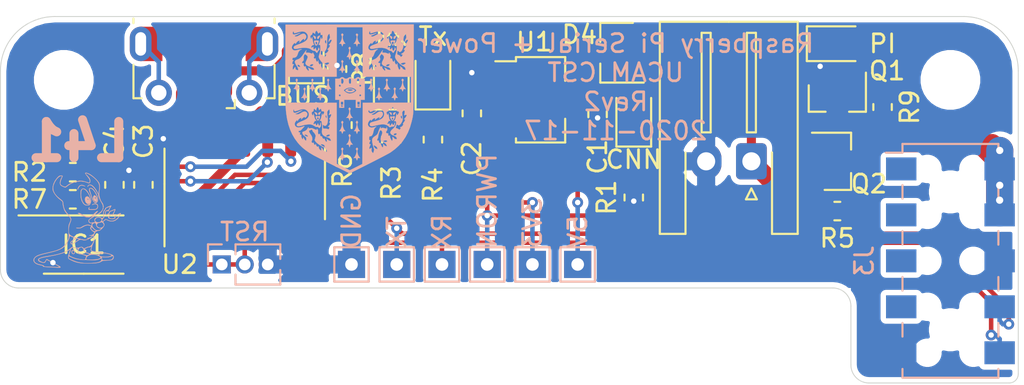
<source format=kicad_pcb>
(kicad_pcb (version 20171130) (host pcbnew 5.1.9-73d0e3b20d~88~ubuntu20.04.1)
  (layers (0 F.Cu signal) (31 B.Cu signal) (34 B.Paste user) (35 F.Paste user) (36 B.SilkS user) (37 F.SilkS user) (38 B.Mask user) (39 F.Mask user) (44 Edge.Cuts user))
  (net 0 "")
  (net 1 GND)
  (net 2 +5V)
  (net 3 +3V3)
  (net 4 "Net-(D2-Pad1)")
  (net 5 "Net-(D3-Pad1)")
  (net 6 "Net-(J2-Pad6)")
  (net 7 "Net-(J2-Pad3)")
  (net 8 "Net-(J2-Pad2)")
  (net 9 "Net-(Q1-Pad3)")
  (net 10 RX)
  (net 11 TX)
  (net 12 "Net-(J3-Pad2)")
  (net 13 PI_PWR)
  (net 14 SCL)
  (net 15 SDA)
  (net 16 "Net-(R3-Pad2)")
  (net 17 "Net-(R4-Pad2)")
  (net 18 VBUS)
  (net 19 COMB_5V)
  (net 20 "Net-(D6-Pad2)")
  (net 21 "Net-(D1-Pad1)")
  (net 22 "Net-(D5-Pad1)")
  (net 23 "Net-(IC1-Pad7)")
  (net 24 "Net-(J2-Pad4)")
  (net 25 "Net-(J3-Pad7)")
  (net 26 "Net-(J3-Pad5)")
  (net 27 "Net-(J3-Pad3)")
  (net 28 "Net-(J3-Pad1)")
  (net 29 "Net-(U2-Pad7)")
  (module pi-hat:ucam (layer B.Cu) (at 119.25 104.5 180)
    (fp_text reference G*** hide)
    (fp_text value LOGO hide)
  )
  (module pi-hat:bestie (layer B.Cu) (at 104.25 111.25 180)
    (fp_text reference G*** hide)
    (fp_text value LOGO hide)
  )
  (module Resistor_SMD:R_0603_1608Metric (layer F.Cu) (at 148.75 105 90)
    (fp_text reference R9 (at 0 1.5 90) (layer F.SilkS))
    (fp_text value 3k3 hide)
    (pad 2 smd roundrect (at 0.7875 0 90) (size 0.875 0.95) (layers F.Cu F.Paste F.Mask) (net 20 "Net-(D6-Pad2)"))
    (pad 1 smd roundrect (at -0.7875 0 90) (size 0.875 0.95) (layers F.Cu F.Paste F.Mask) (net 12 "Net-(J3-Pad2)"))
  )
  (module Resistor_SMD:R_0603_1608Metric (layer F.Cu) (at 118.6 102.9 90)
    (fp_text reference R8 (at 0 1.4 90) (layer F.SilkS))
    (fp_text value 3k3 hide)
    (pad 2 smd roundrect (at 0.7875 0 90) (size 0.875 0.95) (layers F.Cu F.Paste F.Mask) (net 1 GND))
    (pad 1 smd roundrect (at -0.7875 0 90) (size 0.875 0.95) (layers F.Cu F.Paste F.Mask) (net 22 "Net-(D5-Pad1)"))
  )
  (module Resistor_SMD:R_0603_1608Metric (layer F.Cu) (at 135 110 270)
    (fp_text reference R1 (at 0 1.5 90) (layer F.SilkS))
    (fp_text value 3k3 hide)
    (pad 2 smd roundrect (at 0.7875 0 270) (size 0.875 0.95) (layers F.Cu F.Paste F.Mask) (net 1 GND))
    (pad 1 smd roundrect (at -0.7875 0 270) (size 0.875 0.95) (layers F.Cu F.Paste F.Mask) (net 21 "Net-(D1-Pad1)"))
  )
  (module LED_SMD:LED_0805_2012Metric (layer F.Cu) (at 146.25 101.5)
    (fp_text reference D6 hide)
    (fp_text value PI (at 2.5 0) (layer F.SilkS))
    (pad 2 smd roundrect (at 0.9375 0) (size 0.975 1.4) (layers F.Cu F.Paste F.Mask) (net 20 "Net-(D6-Pad2)"))
    (pad 1 smd roundrect (at -0.9375 0) (size 0.975 1.4) (layers F.Cu F.Paste F.Mask) (net 1 GND))
  )
  (module LED_SMD:LED_0805_2012Metric (layer F.Cu) (at 116.9 102 90)
    (fp_text reference D5 hide)
    (fp_text value BUS (at -2.4 -0.2 180) (layer F.SilkS))
    (pad 2 smd roundrect (at 0.9375 0 90) (size 0.975 1.4) (layers F.Cu F.Paste F.Mask) (net 18 VBUS))
    (pad 1 smd roundrect (at -0.9375 0 90) (size 0.975 1.4) (layers F.Cu F.Paste F.Mask) (net 22 "Net-(D5-Pad1)"))
  )
  (module LED_SMD:LED_0805_2012Metric (layer F.Cu) (at 135 105.5 90)
    (fp_text reference D1 hide)
    (fp_text value CNN (at -2.4 0 180) (layer F.SilkS))
    (pad 2 smd roundrect (at 0.9375 0 90) (size 0.975 1.4) (layers F.Cu F.Paste F.Mask) (net 2 +5V))
    (pad 1 smd roundrect (at -0.9375 0 90) (size 0.975 1.4) (layers F.Cu F.Paste F.Mask) (net 21 "Net-(D1-Pad1)"))
  )
  (module Connector_Samtec_HLE_SMD:Samtec_HLE-105-02-xxx-DV-BE-A_2x05_P2.54mm_Horizontal (layer B.Cu) (at 152.5 113.5 270)
    (fp_text reference J3 (at 0 4.76 90) (layer B.SilkS) (effects (justify mirror)))
    (fp_text value Raspberry_Pi_2_3 hide)
    (pad 10 smd rect (at 5.08 -2.72 270) (size 1.27 1.68) (layers B.Cu B.Paste B.Mask) (net 10 RX))
    (pad 8 smd rect (at 2.54 -2.72 270) (size 1.27 1.68) (layers B.Cu B.Paste B.Mask) (net 11 TX))
    (pad 6 smd rect (at 0 -2.72 270) (size 1.27 1.68) (layers B.Cu B.Paste B.Mask) (net 1 GND))
    (pad 4 smd rect (at -2.54 -2.72 270) (size 1.27 1.68) (layers B.Cu B.Paste B.Mask) (net 12 "Net-(J3-Pad2)"))
    (pad 2 smd rect (at -5.08 -2.72 270) (size 1.27 1.68) (layers B.Cu B.Paste B.Mask) (net 12 "Net-(J3-Pad2)"))
    (pad 9 smd rect (at 5.08 2.72 270) (size 1.27 1.68) (layers B.Cu B.Paste B.Mask) (net 1 GND))
    (pad 7 smd rect (at 2.54 2.72 270) (size 1.27 1.68) (layers B.Cu B.Paste B.Mask) (net 25 "Net-(J3-Pad7)"))
    (pad 5 smd rect (at 0 2.72 270) (size 1.27 1.68) (layers B.Cu B.Paste B.Mask) (net 26 "Net-(J3-Pad5)"))
    (pad 3 smd rect (at -2.54 2.72 270) (size 1.27 1.68) (layers B.Cu B.Paste B.Mask) (net 27 "Net-(J3-Pad3)"))
    (pad 1 smd rect (at -5.08 2.72 270) (size 1.27 1.68) (layers B.Cu B.Paste B.Mask) (net 28 "Net-(J3-Pad1)"))
    (pad "" np_thru_hole circle (at 5.08 -1.27 270) (size 0.97 0.97) (drill 0.97) (layers *.Cu *.Mask))
    (pad "" np_thru_hole circle (at 5.08 1.27 270) (size 0.97 0.97) (drill 0.97) (layers *.Cu *.Mask))
    (pad "" np_thru_hole circle (at 2.54 -1.27 270) (size 0.97 0.97) (drill 0.97) (layers *.Cu *.Mask))
    (pad "" np_thru_hole circle (at 2.54 1.27 270) (size 0.97 0.97) (drill 0.97) (layers *.Cu *.Mask))
    (pad "" np_thru_hole circle (at 0 -1.27 270) (size 0.97 0.97) (drill 0.97) (layers *.Cu *.Mask))
    (pad "" np_thru_hole circle (at 0 1.27 270) (size 0.97 0.97) (drill 0.97) (layers *.Cu *.Mask))
    (pad "" np_thru_hole circle (at -2.54 -1.27 270) (size 0.97 0.97) (drill 0.97) (layers *.Cu *.Mask))
    (pad "" np_thru_hole circle (at -2.54 1.27 270) (size 0.97 0.97) (drill 0.97) (layers *.Cu *.Mask))
    (pad "" np_thru_hole circle (at -5.08 -1.27 270) (size 0.97 0.97) (drill 0.97) (layers *.Cu *.Mask))
    (pad "" np_thru_hole circle (at -5.08 1.27 270) (size 0.97 0.97) (drill 0.97) (layers *.Cu *.Mask))
    (pad "" np_thru_hole circle (at 3.81 0 270) (size 1.78 1.78) (drill 1.78) (layers *.Cu *.Mask))
    (pad "" np_thru_hole circle (at -3.81 0 270) (size 1.78 1.78) (drill 1.78) (layers *.Cu *.Mask))
  )
  (module Resistor_SMD:R_0603_1608Metric (layer F.Cu) (at 104 110.1 180)
    (fp_text reference R7 (at 2.4 0) (layer F.SilkS))
    (fp_text value 5k1 hide)
    (pad 2 smd roundrect (at 0.7875 0 180) (size 0.875 0.95) (layers F.Cu F.Paste F.Mask) (net 14 SCL))
    (pad 1 smd roundrect (at -0.7875 0 180) (size 0.875 0.95) (layers F.Cu F.Paste F.Mask) (net 3 +3V3))
  )
  (module Resistor_SMD:R_0603_1608Metric (layer F.Cu) (at 104 108.6 180)
    (fp_text reference R2 (at 2.4 0) (layer F.SilkS))
    (fp_text value 5k1 hide)
    (pad 2 smd roundrect (at 0.7875 0 180) (size 0.875 0.95) (layers F.Cu F.Paste F.Mask) (net 15 SDA))
    (pad 1 smd roundrect (at -0.7875 0 180) (size 0.875 0.95) (layers F.Cu F.Paste F.Mask) (net 3 +3V3))
  )
  (module Package_TO_SOT_SMD:SC-59 (layer F.Cu) (at 134.1 102 180)
    (fp_text reference D4 (at 2.1 1) (layer F.SilkS))
    (fp_text value RB495DFH hide)
    (pad 3 smd rect (at 1.2 0 180) (size 0.9 0.8) (layers F.Cu F.Paste F.Mask) (net 19 COMB_5V))
    (pad 2 smd rect (at -1.2 0.95 180) (size 0.9 0.8) (layers F.Cu F.Paste F.Mask) (net 18 VBUS))
    (pad 1 smd rect (at -1.2 -0.95 180) (size 0.9 0.8) (layers F.Cu F.Paste F.Mask) (net 2 +5V))
  )
  (module Capacitor_SMD:C_0603_1608Metric (layer F.Cu) (at 107.9 109.3 90)
    (fp_text reference C3 (at 2.4 0 90) (layer F.SilkS))
    (fp_text value 100n hide)
    (pad 2 smd roundrect (at 0.7875 0 90) (size 0.875 0.95) (layers F.Cu F.Paste F.Mask) (net 1 GND))
    (pad 1 smd roundrect (at -0.7875 0 90) (size 0.875 0.95) (layers F.Cu F.Paste F.Mask) (net 3 +3V3))
  )
  (module Connector_PinHeader_1.27mm:PinHeader_1x03_P1.27mm_Vertical (layer B.Cu) (at 112.23 113.7 270)
    (fp_text reference JP1 hide)
    (fp_text value RST (at -1.8 -1.27) (layer B.SilkS) (effects (justify mirror)))
    (pad 3 thru_hole oval (at 0 -2.54 270) (size 1 1) (drill 0.65) (layers *.Cu *.Mask) (net 1 GND))
    (pad 2 thru_hole oval (at 0 -1.27 270) (size 1 1) (drill 0.65) (layers *.Cu *.Mask) (net 3 +3V3))
    (pad 1 thru_hole rect (at 0 0 270) (size 1 1) (drill 0.65) (layers *.Cu *.Mask) (net 3 +3V3))
  )
  (module TestPoint:TestPoint_THTPad_1.5x1.5mm_Drill0.7mm (layer B.Cu) (at 119.4 113.7 180)
    (fp_text reference TP6 hide)
    (fp_text value GND (at 0 2.4 270) (layer B.SilkS) (effects (justify mirror)))
    (pad 1 thru_hole rect (at 0 0 180) (size 1.5 1.5) (drill 0.7) (layers *.Cu *.Mask) (net 1 GND))
  )
  (module TestPoint:TestPoint_THTPad_1.5x1.5mm_Drill0.7mm (layer B.Cu) (at 124.4 113.7 180)
    (fp_text reference TP5 hide)
    (fp_text value RX (at 0 1.8 270) (layer B.SilkS) (effects (justify mirror)))
    (pad 1 thru_hole rect (at 0 0 180) (size 1.5 1.5) (drill 0.7) (layers *.Cu *.Mask) (net 10 RX))
  )
  (module TestPoint:TestPoint_THTPad_1.5x1.5mm_Drill0.7mm (layer B.Cu) (at 121.9 113.7 180)
    (fp_text reference TP4 hide)
    (fp_text value TX (at 0 1.8 270) (layer B.SilkS) (effects (justify mirror)))
    (pad 1 thru_hole rect (at 0 0 180) (size 1.5 1.5) (drill 0.7) (layers *.Cu *.Mask) (net 11 TX))
  )
  (module TestPoint:TestPoint_THTPad_1.5x1.5mm_Drill0.7mm (layer B.Cu) (at 126.9 113.7 180)
    (fp_text reference TP3 hide)
    (fp_text value PWRON (at 0 3.5 270) (layer B.SilkS) (effects (justify mirror)))
    (pad 1 thru_hole rect (at 0 0 180) (size 1.5 1.5) (drill 0.7) (layers *.Cu *.Mask) (net 13 PI_PWR))
  )
  (module TestPoint:TestPoint_THTPad_1.5x1.5mm_Drill0.7mm (layer B.Cu) (at 129.4 113.7 180)
    (fp_text reference TP2 hide)
    (fp_text value 3V3 (at 0 2.3 270) (layer B.SilkS) (effects (justify mirror)))
    (pad 1 thru_hole rect (at 0 0 180) (size 1.5 1.5) (drill 0.7) (layers *.Cu *.Mask) (net 3 +3V3))
  )
  (module TestPoint:TestPoint_THTPad_1.5x1.5mm_Drill0.7mm (layer B.Cu) (at 131.9 113.7 180)
    (fp_text reference TP1 hide)
    (fp_text value 5V (at 0 1.8 270) (layer B.SilkS) (effects (justify mirror)))
    (pad 1 thru_hole rect (at 0 0 180) (size 1.5 1.5) (drill 0.7) (layers *.Cu *.Mask) (net 19 COMB_5V))
  )
  (module Fiducial:Fiducial_0.75mm_Mask1.5mm (layer F.Cu) (at 144.4 113.7)
    (fp_text reference FID2 hide)
    (fp_text value Fiducial hide)
    (pad "" smd circle (at 0 0) (size 0.75 0.75) (layers F.Cu F.Mask) (clearance 0.375))
  )
  (module Fiducial:Fiducial_0.75mm_Mask1.5mm (layer F.Cu) (at 101.6 107)
    (fp_text reference FID1 hide)
    (fp_text value Fiducial hide)
    (pad "" smd circle (at 0 0) (size 0.75 0.75) (layers F.Cu F.Mask) (clearance 0.375))
  )
  (module Package_SO:TSSOP-8_4.4x3mm_P0.65mm (layer F.Cu) (at 104.6 112.6)
    (fp_text reference IC1 (at 0 0) (layer F.SilkS))
    (fp_text value MCP98243-BE_ST hide)
    (pad 8 smd roundrect (at 2.8625 -0.975) (size 1.475 0.4) (layers F.Cu F.Paste F.Mask) (net 3 +3V3))
    (pad 7 smd roundrect (at 2.8625 -0.325) (size 1.475 0.4) (layers F.Cu F.Paste F.Mask) (net 23 "Net-(IC1-Pad7)"))
    (pad 6 smd roundrect (at 2.8625 0.325) (size 1.475 0.4) (layers F.Cu F.Paste F.Mask) (net 14 SCL))
    (pad 5 smd roundrect (at 2.8625 0.975) (size 1.475 0.4) (layers F.Cu F.Paste F.Mask) (net 15 SDA))
    (pad 4 smd roundrect (at -2.8625 0.975) (size 1.475 0.4) (layers F.Cu F.Paste F.Mask) (net 1 GND))
    (pad 3 smd roundrect (at -2.8625 0.325) (size 1.475 0.4) (layers F.Cu F.Paste F.Mask) (net 1 GND))
    (pad 2 smd roundrect (at -2.8625 -0.325) (size 1.475 0.4) (layers F.Cu F.Paste F.Mask) (net 1 GND))
    (pad 1 smd roundrect (at -2.8625 -0.975) (size 1.475 0.4) (layers F.Cu F.Paste F.Mask) (net 1 GND))
  )
  (module Capacitor_SMD:C_0603_1608Metric (layer F.Cu) (at 106.3 109.3 90)
    (fp_text reference C4 (at 2.4 0 90) (layer F.SilkS))
    (fp_text value 100n hide)
    (pad 2 smd roundrect (at 0.7875 0 90) (size 0.875 0.95) (layers F.Cu F.Paste F.Mask) (net 1 GND))
    (pad 1 smd roundrect (at -0.7875 0 90) (size 0.875 0.95) (layers F.Cu F.Paste F.Mask) (net 3 +3V3))
  )
  (module Resistor_SMD:R_0603_1608Metric (layer F.Cu) (at 118.9 106 270)
    (fp_text reference R6 (at 2.5 0 90) (layer F.SilkS))
    (fp_text value 10k hide)
    (pad 2 smd roundrect (at 0.7875 0 270) (size 0.875 0.95) (layers F.Cu F.Paste F.Mask) (net 13 PI_PWR))
    (pad 1 smd roundrect (at -0.7875 0 270) (size 0.875 0.95) (layers F.Cu F.Paste F.Mask) (net 3 +3V3))
  )
  (module Package_TO_SOT_SMD:SOT-23 (layer F.Cu) (at 146.25 108)
    (fp_text reference Q2 (at 1.75 1.25 180) (layer F.SilkS))
    (fp_text value RQ5C060BC hide)
    (pad 3 smd rect (at 1 0) (size 0.9 0.8) (layers F.Cu F.Paste F.Mask) (net 12 "Net-(J3-Pad2)"))
    (pad 2 smd rect (at -1 0.95) (size 0.9 0.8) (layers F.Cu F.Paste F.Mask) (net 2 +5V))
    (pad 1 smd rect (at -1 -0.95) (size 0.9 0.8) (layers F.Cu F.Paste F.Mask) (net 9 "Net-(Q1-Pad3)"))
  )
  (module Package_TO_SOT_SMD:SOT-23 (layer F.Cu) (at 146.25 104.5 270)
    (fp_text reference Q1 (at -1.5 -2.75 180) (layer F.SilkS))
    (fp_text value 2N7002 hide)
    (pad 3 smd rect (at 1 0 270) (size 0.9 0.8) (layers F.Cu F.Paste F.Mask) (net 9 "Net-(Q1-Pad3)"))
    (pad 2 smd rect (at -1 0.95 270) (size 0.9 0.8) (layers F.Cu F.Paste F.Mask) (net 1 GND))
    (pad 1 smd rect (at -1 -0.95 270) (size 0.9 0.8) (layers F.Cu F.Paste F.Mask) (net 13 PI_PWR))
  )
  (module MountingHole:MountingHole_2.7mm_M2.5 (layer F.Cu) (at 103.5 103.5)
    (fp_text reference H2 hide)
    (fp_text value MountingHole hide)
    (pad 1 np_thru_hole circle (at 0 0) (size 2.7 2.7) (drill 2.7) (layers *.Cu *.Mask))
  )
  (module MountingHole:MountingHole_2.7mm_M2.5 (layer F.Cu) (at 152.5 103.5)
    (fp_text reference H1 hide)
    (fp_text value MountingHole hide)
    (pad 1 np_thru_hole circle (at 0 0) (size 2.7 2.7) (drill 2.7) (layers *.Cu *.Mask))
  )
  (module Package_SO:SOIC-14_3.9x8.7mm_P1.27mm (layer F.Cu) (at 113.5 109.25 90)
    (fp_text reference U2 (at -4.45 -3.6 180) (layer F.SilkS))
    (fp_text value MCP2221AxSL hide)
    (pad 14 smd roundrect (at 2.475 -3.81 90) (size 1.95 0.6) (layers F.Cu F.Paste F.Mask) (net 1 GND))
    (pad 13 smd roundrect (at 2.475 -2.54 90) (size 1.95 0.6) (layers F.Cu F.Paste F.Mask) (net 7 "Net-(J2-Pad3)"))
    (pad 12 smd roundrect (at 2.475 -1.27 90) (size 1.95 0.6) (layers F.Cu F.Paste F.Mask) (net 8 "Net-(J2-Pad2)"))
    (pad 11 smd roundrect (at 2.475 0 90) (size 1.95 0.6) (layers F.Cu F.Paste F.Mask) (net 3 +3V3))
    (pad 10 smd roundrect (at 2.475 1.27 90) (size 1.95 0.6) (layers F.Cu F.Paste F.Mask) (net 14 SCL))
    (pad 9 smd roundrect (at 2.475 2.54 90) (size 1.95 0.6) (layers F.Cu F.Paste F.Mask) (net 15 SDA))
    (pad 8 smd roundrect (at 2.475 3.81 90) (size 1.95 0.6) (layers F.Cu F.Paste F.Mask) (net 13 PI_PWR))
    (pad 7 smd roundrect (at -2.475 3.81 90) (size 1.95 0.6) (layers F.Cu F.Paste F.Mask) (net 29 "Net-(U2-Pad7)"))
    (pad 6 smd roundrect (at -2.475 2.54 90) (size 1.95 0.6) (layers F.Cu F.Paste F.Mask) (net 10 RX))
    (pad 5 smd roundrect (at -2.475 1.27 90) (size 1.95 0.6) (layers F.Cu F.Paste F.Mask) (net 11 TX))
    (pad 4 smd roundrect (at -2.475 0 90) (size 1.95 0.6) (layers F.Cu F.Paste F.Mask) (net 3 +3V3))
    (pad 3 smd roundrect (at -2.475 -1.27 90) (size 1.95 0.6) (layers F.Cu F.Paste F.Mask) (net 17 "Net-(R4-Pad2)"))
    (pad 2 smd roundrect (at -2.475 -2.54 90) (size 1.95 0.6) (layers F.Cu F.Paste F.Mask) (net 16 "Net-(R3-Pad2)"))
    (pad 1 smd roundrect (at -2.475 -3.81 90) (size 1.95 0.6) (layers F.Cu F.Paste F.Mask) (net 3 +3V3))
  )
  (module Package_TO_SOT_SMD:SOT-89-3 (layer F.Cu) (at 129.55 104.6)
    (fp_text reference U1 (at -0.05 -3.2) (layer F.SilkS))
    (fp_text value MCP1700T-3302E hide)
    (pad 2 smd custom (at -1.5625 0) (size 1.475 0.9) (layers F.Cu F.Paste F.Mask) (net 19 COMB_5V) (options (clearance outline) (anchor rect)) (primitives (gr_poly (pts (xy 0.7375 -0.8665) (xy 3.8625 -0.8665) (xy 3.8625 0.8665) (xy 0.7375 0.8665)) (width 0))))
    (pad 3 smd rect (at -1.65 1.5) (size 1.3 0.9) (layers F.Cu F.Paste F.Mask) (net 3 +3V3))
    (pad 1 smd rect (at -1.65 -1.5) (size 1.3 0.9) (layers F.Cu F.Paste F.Mask) (net 1 GND))
  )
  (module Resistor_SMD:R_0603_1608Metric (layer F.Cu) (at 146.25 110.75)
    (fp_text reference R5 (at 0 1.5) (layer F.SilkS))
    (fp_text value 10k hide)
    (pad 2 smd roundrect (at 0.7875 0) (size 0.875 0.95) (layers F.Cu F.Paste F.Mask) (net 9 "Net-(Q1-Pad3)"))
    (pad 1 smd roundrect (at -0.7875 0) (size 0.875 0.95) (layers F.Cu F.Paste F.Mask) (net 2 +5V))
  )
  (module Resistor_SMD:R_0603_1608Metric (layer F.Cu) (at 123.9 106.8 270)
    (fp_text reference R4 (at 2.5 0 90) (layer F.SilkS))
    (fp_text value 1k hide)
    (pad 2 smd roundrect (at 0.7875 0 270) (size 0.875 0.95) (layers F.Cu F.Paste F.Mask) (net 17 "Net-(R4-Pad2)"))
    (pad 1 smd roundrect (at -0.7875 0 270) (size 0.875 0.95) (layers F.Cu F.Paste F.Mask) (net 5 "Net-(D3-Pad1)"))
  )
  (module Resistor_SMD:R_0603_1608Metric (layer F.Cu) (at 121.6 106.8 270)
    (fp_text reference R3 (at 2.4 0 90) (layer F.SilkS))
    (fp_text value 1k hide)
    (pad 2 smd roundrect (at 0.7875 0 270) (size 0.875 0.95) (layers F.Cu F.Paste F.Mask) (net 16 "Net-(R3-Pad2)"))
    (pad 1 smd roundrect (at -0.7875 0 270) (size 0.875 0.95) (layers F.Cu F.Paste F.Mask) (net 4 "Net-(D2-Pad1)"))
  )
  (module Connector_USB:USB_Micro-B_Molex-105017-0001 (layer F.Cu) (at 111.25 102.75 180)
    (fp_text reference J2 hide)
    (fp_text value USB_B_Micro hide)
    (pad 6 smd rect (at -2.9 1.2375 180) (size 1.2 1.9) (layers F.Cu F.Mask) (net 6 "Net-(J2-Pad6)"))
    (pad 6 smd rect (at 2.9 1.2375 180) (size 1.2 1.9) (layers F.Cu F.Mask) (net 6 "Net-(J2-Pad6)"))
    (pad 6 thru_hole oval (at 3.5 1.2375 180) (size 1.2 1.9) (drill oval 0.6 1.3) (layers *.Cu *.Mask) (net 6 "Net-(J2-Pad6)"))
    (pad 6 thru_hole oval (at -3.5 1.2375) (size 1.2 1.9) (drill oval 0.6 1.3) (layers *.Cu *.Mask) (net 6 "Net-(J2-Pad6)"))
    (pad 6 smd rect (at -1 1.2375 180) (size 1.5 1.9) (layers F.Cu F.Paste F.Mask) (net 6 "Net-(J2-Pad6)"))
    (pad 6 thru_hole circle (at 2.5 -1.4625 180) (size 1.45 1.45) (drill 0.85) (layers *.Cu *.Mask) (net 6 "Net-(J2-Pad6)"))
    (pad 3 smd rect (at 0 -1.4625 180) (size 0.4 1.35) (layers F.Cu F.Paste F.Mask) (net 7 "Net-(J2-Pad3)"))
    (pad 4 smd rect (at 0.65 -1.4625 180) (size 0.4 1.35) (layers F.Cu F.Paste F.Mask) (net 24 "Net-(J2-Pad4)"))
    (pad 5 smd rect (at 1.3 -1.4625 180) (size 0.4 1.35) (layers F.Cu F.Paste F.Mask) (net 1 GND))
    (pad 1 smd rect (at -1.3 -1.4625 180) (size 0.4 1.35) (layers F.Cu F.Paste F.Mask) (net 18 VBUS))
    (pad 2 smd rect (at -0.65 -1.4625 180) (size 0.4 1.35) (layers F.Cu F.Paste F.Mask) (net 8 "Net-(J2-Pad2)"))
    (pad 6 thru_hole circle (at -2.5 -1.4625 180) (size 1.45 1.45) (drill 0.85) (layers *.Cu *.Mask) (net 6 "Net-(J2-Pad6)"))
    (pad 6 smd rect (at 1 1.2375 180) (size 1.5 1.9) (layers F.Cu F.Paste F.Mask) (net 6 "Net-(J2-Pad6)"))
  )
  (module Connector_JST:JST_XH_S2B-XH-A-1_1x02_P2.50mm_Horizontal (layer F.Cu) (at 141.5 108 180)
    (fp_text reference J1 hide)
    (fp_text value PWR_IN hide)
    (pad 2 thru_hole oval (at 2.5 0 180) (size 1.7 2) (drill 1) (layers *.Cu *.Mask) (net 1 GND))
    (pad 1 thru_hole roundrect (at 0 0 180) (size 1.7 2) (drill 1) (layers *.Cu *.Mask) (roundrect_rratio 0.147059) (net 2 +5V))
  )
  (module LED_SMD:LED_0805_2012Metric (layer F.Cu) (at 123.9 103.45 90)
    (fp_text reference D3 hide)
    (fp_text value Tx (at 2.35 0 180) (layer F.SilkS))
    (pad 2 smd roundrect (at 0.9375 0 90) (size 0.975 1.4) (layers F.Cu F.Paste F.Mask) (net 3 +3V3))
    (pad 1 smd roundrect (at -0.9375 0 90) (size 0.975 1.4) (layers F.Cu F.Paste F.Mask) (net 5 "Net-(D3-Pad1)"))
  )
  (module LED_SMD:LED_0805_2012Metric (layer F.Cu) (at 121.6 103.45 90)
    (fp_text reference D2 hide)
    (fp_text value Rx (at 2.35 0 180) (layer F.SilkS))
    (pad 2 smd roundrect (at 0.9375 0 90) (size 0.975 1.4) (layers F.Cu F.Paste F.Mask) (net 3 +3V3))
    (pad 1 smd roundrect (at -0.9375 0 90) (size 0.975 1.4) (layers F.Cu F.Paste F.Mask) (net 4 "Net-(D2-Pad1)"))
  )
  (module Capacitor_SMD:C_0603_1608Metric (layer F.Cu) (at 126.05 105.35 90)
    (fp_text reference C2 (at -2.5 0 90) (layer F.SilkS))
    (fp_text value 1u)
    (pad 2 smd roundrect (at 0.7875 0 90) (size 0.875 0.95) (layers F.Cu F.Paste F.Mask) (net 1 GND))
    (pad 1 smd roundrect (at -0.7875 0 90) (size 0.875 0.95) (layers F.Cu F.Paste F.Mask) (net 3 +3V3))
  )
  (module Capacitor_SMD:C_0603_1608Metric (layer F.Cu) (at 133 105.4 270)
    (fp_text reference C1 (at 2.35 0 90) (layer F.SilkS))
    (fp_text value 1u hide)
    (pad 2 smd roundrect (at 0.7875 0 270) (size 0.875 0.95) (layers F.Cu F.Paste F.Mask) (net 1 GND))
    (pad 1 smd roundrect (at -0.7875 0 270) (size 0.875 0.95) (layers F.Cu F.Paste F.Mask) (net 19 COMB_5V))
  )
  (gr_arc (start 155.75 119.75) (end 155.75 120.25) (angle -90) (layer Edge.Cuts) (width 0.05))
  (gr_arc (start 148 119.25) (end 147 119.25) (angle -90) (layer Edge.Cuts) (width 0.05))
  (gr_arc (start 146 116) (end 147 116) (angle -90) (layer Edge.Cuts) (width 0.05))
  (gr_arc (start 101 114) (end 100 114) (angle -90) (layer Edge.Cuts) (width 0.05))
  (gr_text L41 (at 104.3 106.9) (layer B.SilkS) (effects (font (size 2 2) (thickness 0.5)) (justify mirror)))
  (gr_text "Raspberry Pi Serial + Power\nUCAM CST\nRev2\n2020-11-17" (at 134 103.9) (layer B.SilkS) (effects (font (size 1 1)) (justify mirror)))
  (gr_arc (start 103 103) (end 103 100) (angle -90) (layer Edge.Cuts) (width 0.05))
  (gr_arc (start 153.25 103) (end 156.25 103) (angle -90) (layer Edge.Cuts) (width 0.05))
  (gr_line (start 156.25 103) (end 156.25 119.75) (layer Edge.Cuts) (width 0.05))
  (gr_line (start 103 100) (end 153.25 100) (layer Edge.Cuts) (width 0.05))
  (gr_line (start 100 114) (end 100 103) (layer Edge.Cuts) (width 0.05))
  (gr_line (start 146 115) (end 101 115) (layer Edge.Cuts) (width 0.05))
  (gr_line (start 147 119.25) (end 147 116) (layer Edge.Cuts) (width 0.05))
  (gr_line (start 155.75 120.25) (end 148 120.25) (layer Edge.Cuts) (width 0.05))
  (via (at 109 106.75) (size 0.6) (drill 0.3) (layers F.Cu B.Cu) (net 1))
  (segment (start 109.69 106.775) (end 109.025 106.775) (width 0.5) (layer F.Cu) (net 1))
  (segment (start 109.025 106.775) (end 109 106.75) (width 0.5) (layer F.Cu) (net 1))
  (via (at 126.05 103.1) (size 0.6) (drill 0.3) (layers F.Cu B.Cu) (net 1))
  (segment (start 126.05 104.5625) (end 126.05 103.1) (width 0.5) (layer F.Cu) (net 1))
  (segment (start 127.9 103.1) (end 126.05 103.1) (width 0.5) (layer F.Cu) (net 1))
  (via (at 107.1 108.5) (size 0.6) (drill 0.3) (layers F.Cu B.Cu) (net 1))
  (segment (start 107.9 108.5125) (end 107.1125 108.5125) (width 0.5) (layer F.Cu) (net 1))
  (segment (start 107.1125 108.5125) (end 107.1 108.5) (width 0.5) (layer F.Cu) (net 1))
  (segment (start 107.0875 108.5125) (end 107.1 108.5) (width 0.5) (layer F.Cu) (net 1))
  (segment (start 106.3 108.5125) (end 107.0875 108.5125) (width 0.5) (layer F.Cu) (net 1))
  (via (at 102.9 113.6) (size 0.6) (drill 0.3) (layers F.Cu B.Cu) (net 1))
  (segment (start 101.7375 113.575) (end 102.875 113.575) (width 0.5) (layer F.Cu) (net 1))
  (segment (start 102.875 113.575) (end 102.9 113.6) (width 0.5) (layer F.Cu) (net 1))
  (segment (start 101.7375 111.625) (end 101.7375 113.575) (width 0.25) (layer F.Cu) (net 1))
  (via (at 133 105.6) (size 0.6) (drill 0.3) (layers F.Cu B.Cu) (net 1))
  (segment (start 133 106.1875) (end 133 105.6) (width 0.5) (layer F.Cu) (net 1))
  (segment (start 109.95 105.34) (end 109.95 104.2125) (width 0.5) (layer F.Cu) (net 1))
  (segment (start 109.69 105.6) (end 109.95 105.34) (width 0.5) (layer F.Cu) (net 1))
  (segment (start 109.69 105.6) (end 109.69 106.775) (width 0.5) (layer F.Cu) (net 1))
  (via (at 145.3 102.749992) (size 0.6) (drill 0.3) (layers F.Cu B.Cu) (net 1))
  (segment (start 145.3 103.5) (end 145.3 102.749992) (width 0.25) (layer F.Cu) (net 1))
  (segment (start 145.3125 102.737492) (end 145.3 102.749992) (width 0.25) (layer F.Cu) (net 1))
  (segment (start 145.3125 101.5) (end 145.3125 102.737492) (width 0.25) (layer F.Cu) (net 1))
  (via (at 135 110.2) (size 0.6) (drill 0.3) (layers F.Cu B.Cu) (net 1))
  (segment (start 135 110.7875) (end 135 110.1) (width 0.25) (layer F.Cu) (net 1))
  (via (at 118.6 102.7) (size 0.6) (drill 0.3) (layers F.Cu B.Cu) (net 1))
  (segment (start 118.6 102.1125) (end 118.6 102.8) (width 0.25) (layer F.Cu) (net 1))
  (segment (start 138.7 102.95) (end 135.3 102.95) (width 0.5) (layer F.Cu) (net 2))
  (segment (start 141.5 108) (end 141.5 105.75) (width 0.5) (layer F.Cu) (net 2))
  (segment (start 141.5 105.75) (end 138.7 102.95) (width 0.5) (layer F.Cu) (net 2))
  (segment (start 145.5 110.7125) (end 145.4625 110.75) (width 0.25) (layer F.Cu) (net 2))
  (segment (start 145.5 109.9) (end 145.5 110.7125) (width 0.25) (layer F.Cu) (net 2))
  (segment (start 145.25 109.65) (end 145.5 109.9) (width 0.25) (layer F.Cu) (net 2))
  (segment (start 142.45 108.95) (end 141.5 108) (width 1) (layer F.Cu) (net 2))
  (segment (start 145.25 108.95) (end 142.45 108.95) (width 1) (layer F.Cu) (net 2))
  (segment (start 145.25 109.65) (end 145.25 108.95) (width 0.25) (layer F.Cu) (net 2))
  (segment (start 135.3 104.2625) (end 135 104.5625) (width 0.25) (layer F.Cu) (net 2))
  (segment (start 135.3 102.95) (end 135.3 104.2625) (width 0.25) (layer F.Cu) (net 2))
  (segment (start 126.0875 106.1) (end 126.05 106.1375) (width 0.5) (layer F.Cu) (net 3))
  (segment (start 127.9 106.1) (end 126.0875 106.1) (width 0.5) (layer F.Cu) (net 3))
  (segment (start 109.69 111.138544) (end 109.69 111.725) (width 0.5) (layer F.Cu) (net 3))
  (segment (start 109.69 113.09) (end 109.69 111.725) (width 0.25) (layer F.Cu) (net 3))
  (segment (start 112.23 113.7) (end 110.3 113.7) (width 0.25) (layer F.Cu) (net 3))
  (segment (start 110.3 113.7) (end 109.69 113.09) (width 0.25) (layer F.Cu) (net 3))
  (segment (start 113.5 111.725) (end 113.5 113.7) (width 0.25) (layer F.Cu) (net 3))
  (segment (start 113.5 113.7) (end 112.23 113.7) (width 0.25) (layer F.Cu) (net 3))
  (via (at 129.4 110.275) (size 0.6) (drill 0.3) (layers F.Cu B.Cu) (net 3))
  (segment (start 129.4 110.275) (end 129.4 113.7) (width 0.25) (layer B.Cu) (net 3))
  (segment (start 107.9 110.0875) (end 106.3 110.0875) (width 0.5) (layer F.Cu) (net 3))
  (segment (start 113.5 106.100751) (end 113.5 106.775) (width 0.5) (layer F.Cu) (net 3))
  (segment (start 118.9 105.2125) (end 114.388251 105.2125) (width 0.5) (layer F.Cu) (net 3))
  (segment (start 114.388251 105.2125) (end 113.5 106.100751) (width 0.5) (layer F.Cu) (net 3))
  (segment (start 109.225 111.725) (end 109.69 111.725) (width 0.5) (layer F.Cu) (net 3))
  (segment (start 108.5 111) (end 109.225 111.725) (width 0.5) (layer F.Cu) (net 3))
  (segment (start 108.2 111) (end 108.5 111) (width 0.5) (layer F.Cu) (net 3))
  (segment (start 107.9 110.0875) (end 107.9 110.7) (width 0.5) (layer F.Cu) (net 3))
  (segment (start 107.9 110.7) (end 108.2 111) (width 0.5) (layer F.Cu) (net 3))
  (segment (start 104.8 110.0875) (end 104.7875 110.1) (width 0.25) (layer F.Cu) (net 3))
  (segment (start 106.3 110.0875) (end 104.8 110.0875) (width 0.25) (layer F.Cu) (net 3))
  (segment (start 104.7875 110.1) (end 104.7875 108.6) (width 0.25) (layer F.Cu) (net 3))
  (segment (start 118.9 105.2125) (end 119.6875 105.2125) (width 0.5) (layer F.Cu) (net 3))
  (segment (start 119.6875 105.2125) (end 120.2 104.7) (width 0.5) (layer F.Cu) (net 3))
  (segment (start 120.2 104.7) (end 120.2 102.8) (width 0.5) (layer F.Cu) (net 3))
  (segment (start 120.4875 102.5125) (end 123.9 102.5125) (width 0.5) (layer F.Cu) (net 3))
  (segment (start 120.2 102.8) (end 120.4875 102.5125) (width 0.5) (layer F.Cu) (net 3))
  (segment (start 123.9 102.5125) (end 124.8125 102.5125) (width 0.5) (layer F.Cu) (net 3))
  (segment (start 124.8125 102.5125) (end 125.05001 102.75001) (width 0.5) (layer F.Cu) (net 3))
  (segment (start 125.05001 102.75001) (end 125.05001 105.75001) (width 0.5) (layer F.Cu) (net 3))
  (segment (start 125.4375 106.1375) (end 126.05 106.1375) (width 0.5) (layer F.Cu) (net 3))
  (segment (start 125.05001 105.75001) (end 125.4375 106.1375) (width 0.5) (layer F.Cu) (net 3))
  (segment (start 128.675 110.275) (end 129.4 110.275) (width 0.25) (layer F.Cu) (net 3))
  (segment (start 127.9 106.1) (end 127.9 109.5) (width 0.25) (layer F.Cu) (net 3))
  (segment (start 127.9 109.5) (end 128.675 110.275) (width 0.25) (layer F.Cu) (net 3))
  (segment (start 113.5 106.775) (end 113.5 107.328544) (width 0.5) (layer F.Cu) (net 3))
  (segment (start 110.741044 110.0875) (end 107.9 110.0875) (width 0.5) (layer F.Cu) (net 3))
  (segment (start 113.5 107.328544) (end 110.741044 110.0875) (width 0.5) (layer F.Cu) (net 3))
  (segment (start 107.4625 111.2125) (end 107.4625 111.625) (width 0.5) (layer F.Cu) (net 3))
  (segment (start 107.25 111) (end 107.4625 111.2125) (width 0.5) (layer F.Cu) (net 3))
  (segment (start 106.625 111) (end 107.25 111) (width 0.5) (layer F.Cu) (net 3))
  (segment (start 106.3 110.675) (end 106.625 111) (width 0.5) (layer F.Cu) (net 3))
  (segment (start 106.3 110.0875) (end 106.3 110.675) (width 0.5) (layer F.Cu) (net 3))
  (segment (start 121.6 106.0125) (end 121.6 104.3875) (width 0.25) (layer F.Cu) (net 4))
  (segment (start 123.9 106.0125) (end 123.9 104.3875) (width 0.25) (layer F.Cu) (net 5))
  (segment (start 113.75 101.9125) (end 114.15 101.5125) (width 0.25) (layer F.Cu) (net 6))
  (segment (start 114.15 101.5125) (end 107.75 101.5125) (width 0.25) (layer F.Cu) (net 6))
  (segment (start 113.75 102.5125) (end 114.75 101.5125) (width 0.25) (layer B.Cu) (net 6))
  (segment (start 113.75 104.2125) (end 113.75 102.5125) (width 0.25) (layer B.Cu) (net 6))
  (segment (start 108.75 102.5125) (end 107.75 101.5125) (width 0.25) (layer B.Cu) (net 6))
  (segment (start 108.75 104.2125) (end 108.75 102.5125) (width 0.25) (layer B.Cu) (net 6))
  (segment (start 110.96 106.775) (end 110.96 105.39) (width 0.25) (layer F.Cu) (net 7))
  (segment (start 111.25 105.1) (end 111.25 104.2125) (width 0.25) (layer F.Cu) (net 7))
  (segment (start 110.96 105.39) (end 111.25 105.1) (width 0.25) (layer F.Cu) (net 7))
  (segment (start 112.23 106.775) (end 112.23 105.43) (width 0.25) (layer F.Cu) (net 8))
  (segment (start 111.9 105.1) (end 111.9 104.2125) (width 0.25) (layer F.Cu) (net 8))
  (segment (start 112.23 105.43) (end 111.9 105.1) (width 0.25) (layer F.Cu) (net 8))
  (segment (start 147.0375 110.0375) (end 147.0375 110.75) (width 0.25) (layer F.Cu) (net 9))
  (segment (start 146.25 109.25) (end 147.0375 110.0375) (width 0.25) (layer F.Cu) (net 9))
  (segment (start 146.2 107.05) (end 146.25 107) (width 0.25) (layer F.Cu) (net 9))
  (segment (start 145.25 107.05) (end 146.2 107.05) (width 0.25) (layer F.Cu) (net 9))
  (segment (start 146.25 105.5) (end 146.25 107) (width 0.25) (layer F.Cu) (net 9))
  (segment (start 146.25 107) (end 146.25 109.25) (width 0.25) (layer F.Cu) (net 9))
  (segment (start 124.4 113.7) (end 124.4 112.5) (width 0.25) (layer F.Cu) (net 10))
  (segment (start 120.8 112.5) (end 124.4 112.5) (width 0.25) (layer F.Cu) (net 10))
  (segment (start 118.55 110.25) (end 120.8 112.5) (width 0.25) (layer F.Cu) (net 10))
  (segment (start 116.35 110.25) (end 118.55 110.25) (width 0.25) (layer F.Cu) (net 10))
  (segment (start 116.04 111.725) (end 116.04 110.56) (width 0.25) (layer F.Cu) (net 10))
  (segment (start 116.04 110.56) (end 116.35 110.25) (width 0.25) (layer F.Cu) (net 10))
  (via (at 154.749998 117.6) (size 0.6) (drill 0.3) (layers F.Cu B.Cu) (net 10))
  (segment (start 154.749998 115.821196) (end 154.749998 117.6) (width 0.25) (layer F.Cu) (net 10))
  (segment (start 124.4 112.5) (end 151.7 112.5) (width 0.25) (layer F.Cu) (net 10))
  (segment (start 152.25 113.05) (end 152.25 114.25) (width 0.25) (layer F.Cu) (net 10))
  (segment (start 152.25 114.25) (end 153 115) (width 0.25) (layer F.Cu) (net 10))
  (segment (start 153.928802 115) (end 154.749998 115.821196) (width 0.25) (layer F.Cu) (net 10))
  (segment (start 151.7 112.5) (end 152.25 113.05) (width 0.25) (layer F.Cu) (net 10))
  (segment (start 153 115) (end 153.928802 115) (width 0.25) (layer F.Cu) (net 10))
  (segment (start 155 117.6) (end 154.749998 117.6) (width 0.25) (layer B.Cu) (net 10))
  (segment (start 155.22 118.58) (end 155.22 117.82) (width 0.25) (layer B.Cu) (net 10))
  (segment (start 155.22 117.82) (end 155 117.6) (width 0.25) (layer B.Cu) (net 10))
  (via (at 121.9 111.7) (size 0.6) (drill 0.3) (layers F.Cu B.Cu) (net 11))
  (segment (start 121.9 111.7) (end 121.9 113.7) (width 0.25) (layer B.Cu) (net 11))
  (segment (start 119.95 109.75) (end 121.9 111.7) (width 0.25) (layer F.Cu) (net 11))
  (segment (start 115.35 109.75) (end 119.95 109.75) (width 0.25) (layer F.Cu) (net 11))
  (segment (start 114.77 111.725) (end 114.77 110.33) (width 0.25) (layer F.Cu) (net 11))
  (segment (start 114.77 110.33) (end 115.35 109.75) (width 0.25) (layer F.Cu) (net 11))
  (segment (start 152.75 114) (end 153.25 114.5) (width 0.25) (layer F.Cu) (net 11))
  (segment (start 122.2 112) (end 152.2 112) (width 0.25) (layer F.Cu) (net 11))
  (segment (start 155.72494 116.159727) (end 155.72494 117) (width 0.25) (layer F.Cu) (net 11))
  (segment (start 153.25 114.5) (end 154.065213 114.5) (width 0.25) (layer F.Cu) (net 11))
  (segment (start 152.2 112) (end 152.75 112.55) (width 0.25) (layer F.Cu) (net 11))
  (via (at 155.72494 117) (size 0.6) (drill 0.3) (layers F.Cu B.Cu) (net 11))
  (segment (start 121.9 111.7) (end 122.2 112) (width 0.25) (layer F.Cu) (net 11))
  (segment (start 152.75 112.55) (end 152.75 114) (width 0.25) (layer F.Cu) (net 11))
  (segment (start 154.065213 114.5) (end 155.72494 116.159727) (width 0.25) (layer F.Cu) (net 11))
  (segment (start 155.4 117) (end 155.72494 117) (width 0.25) (layer B.Cu) (net 11))
  (segment (start 155.22 116.04) (end 155.22 116.82) (width 0.25) (layer B.Cu) (net 11))
  (segment (start 155.22 116.82) (end 155.4 117) (width 0.25) (layer B.Cu) (net 11))
  (segment (start 148.25 107) (end 147.25 108) (width 1) (layer F.Cu) (net 12))
  (segment (start 155.22 108.42) (end 155.22 110.15) (width 1) (layer B.Cu) (net 12))
  (via (at 155.22 110.15) (size 0.8) (drill 0.4) (layers F.Cu B.Cu) (net 12))
  (segment (start 155.22 110.96) (end 155.22 110.15) (width 1) (layer B.Cu) (net 12))
  (segment (start 155.22 109.32) (end 155.225 109.325) (width 1) (layer F.Cu) (net 12))
  (segment (start 155.22 108.78) (end 155.22 109.32) (width 1) (layer F.Cu) (net 12))
  (via (at 155.225 109.325) (size 0.8) (drill 0.4) (layers F.Cu B.Cu) (net 12))
  (segment (start 155.22 108.78) (end 155.22 110.15) (width 1) (layer F.Cu) (net 12))
  (segment (start 148.675 107) (end 148.25 107) (width 0.25) (layer F.Cu) (net 12))
  (segment (start 148.75 105.7875) (end 148.75 106.925) (width 0.25) (layer F.Cu) (net 12))
  (segment (start 148.75 106.925) (end 148.675 107) (width 0.25) (layer F.Cu) (net 12))
  (segment (start 148.25 107) (end 154.05 107) (width 1) (layer F.Cu) (net 12))
  (segment (start 155.22 108.17) (end 155.22 108.78) (width 1) (layer F.Cu) (net 12))
  (segment (start 154.05 107) (end 155.22 108.17) (width 1) (layer F.Cu) (net 12))
  (segment (start 155.22 108.17) (end 155.22 107.405) (width 1) (layer F.Cu) (net 12))
  (segment (start 155.225 108.415) (end 155.22 108.42) (width 1) (layer B.Cu) (net 12))
  (segment (start 155.225 107.4) (end 155.225 108.415) (width 1) (layer B.Cu) (net 12))
  (segment (start 155.225 110.155) (end 155.22 110.15) (width 1) (layer F.Cu) (net 12))
  (segment (start 154.825 107) (end 154.05 107) (width 1) (layer F.Cu) (net 12))
  (segment (start 155.225 107.4) (end 154.825 107) (width 1) (layer F.Cu) (net 12))
  (via (at 155.225 107.4) (size 0.8) (drill 0.4) (layers F.Cu B.Cu) (net 12))
  (segment (start 155.225 107.4) (end 155.225 110.85) (width 1.5) (layer B.Cu) (net 12))
  (segment (start 155.22 107.405) (end 155.225 107.4) (width 1.5) (layer F.Cu) (net 12))
  (segment (start 155.22 110.15) (end 155.22 107.405) (width 1.5) (layer F.Cu) (net 12))
  (segment (start 118.8875 106.775) (end 118.9 106.7875) (width 0.25) (layer F.Cu) (net 13))
  (segment (start 117.31 106.775) (end 118.8875 106.775) (width 0.25) (layer F.Cu) (net 13))
  (segment (start 118.9 106.7875) (end 124.343994 106.7875) (width 0.25) (layer F.Cu) (net 13))
  (segment (start 126.9 110.899996) (end 126.9 111.000002) (width 0.25) (layer B.Cu) (net 13))
  (segment (start 126.9 109.343506) (end 126.9 111.000002) (width 0.25) (layer F.Cu) (net 13))
  (segment (start 124.343994 106.7875) (end 126.9 109.343506) (width 0.25) (layer F.Cu) (net 13))
  (via (at 126.9 111.000002) (size 0.6) (drill 0.3) (layers F.Cu B.Cu) (net 13))
  (segment (start 126.9 113.7) (end 126.9 110.899996) (width 0.25) (layer B.Cu) (net 13))
  (segment (start 133.691848 111.000002) (end 126.9 111.000002) (width 0.25) (layer F.Cu) (net 13))
  (segment (start 133.9 110.79185) (end 133.691848 111.000002) (width 0.25) (layer F.Cu) (net 13))
  (segment (start 146.2 104.5) (end 141.5 104.5) (width 0.25) (layer F.Cu) (net 13))
  (segment (start 141.5 104.5) (end 139 102) (width 0.25) (layer F.Cu) (net 13))
  (segment (start 133.9 102.6) (end 133.9 110.79185) (width 0.25) (layer F.Cu) (net 13))
  (segment (start 147.2 103.5) (end 146.2 104.5) (width 0.25) (layer F.Cu) (net 13))
  (segment (start 139 102) (end 134.5 102) (width 0.25) (layer F.Cu) (net 13))
  (segment (start 134.5 102) (end 133.9 102.6) (width 0.25) (layer F.Cu) (net 13))
  (via (at 114.75 108.05) (size 0.6) (drill 0.3) (layers F.Cu B.Cu) (net 14))
  (segment (start 114.77 106.775) (end 114.77 108.03) (width 0.25) (layer F.Cu) (net 14))
  (segment (start 114.77 108.03) (end 114.75 108.05) (width 0.25) (layer F.Cu) (net 14))
  (segment (start 106.368506 112.925) (end 107.4625 112.925) (width 0.25) (layer F.Cu) (net 14))
  (segment (start 104.02499 110.581484) (end 106.368506 112.925) (width 0.25) (layer F.Cu) (net 14))
  (segment (start 103.94998 110.1) (end 104.02499 110.02499) (width 0.25) (layer F.Cu) (net 14))
  (segment (start 103.2125 110.1) (end 103.94998 110.1) (width 0.25) (layer F.Cu) (net 14))
  (segment (start 104.02499 110.02499) (end 104.02499 110.581484) (width 0.25) (layer F.Cu) (net 14))
  (segment (start 104.543506 107.6) (end 108.231822 107.6) (width 0.25) (layer F.Cu) (net 14))
  (segment (start 104.02499 108.118516) (end 104.543506 107.6) (width 0.25) (layer F.Cu) (net 14))
  (segment (start 109.731822 109.1) (end 110.5 109.1) (width 0.25) (layer F.Cu) (net 14))
  (segment (start 113.7 109.1) (end 110.5 109.1) (width 0.25) (layer B.Cu) (net 14))
  (segment (start 104.02499 110.02499) (end 104.02499 108.118516) (width 0.25) (layer F.Cu) (net 14))
  (segment (start 114.75 108.05) (end 113.7 109.1) (width 0.25) (layer B.Cu) (net 14))
  (segment (start 108.231822 107.6) (end 109.731822 109.1) (width 0.25) (layer F.Cu) (net 14))
  (via (at 110.5 109.1) (size 0.6) (drill 0.3) (layers F.Cu B.Cu) (net 14))
  (via (at 116.05 108) (size 0.6) (drill 0.3) (layers F.Cu B.Cu) (net 15))
  (segment (start 116.04 106.775) (end 116.04 107.99) (width 0.25) (layer F.Cu) (net 15))
  (segment (start 116.04 107.99) (end 116.05 108) (width 0.25) (layer F.Cu) (net 15))
  (segment (start 106.375 113.575) (end 107.4625 113.575) (width 0.25) (layer F.Cu) (net 15))
  (segment (start 105.443506 113.575) (end 106.375 113.575) (width 0.25) (layer F.Cu) (net 15))
  (segment (start 102.4 110.531494) (end 105.443506 113.575) (width 0.25) (layer F.Cu) (net 15))
  (segment (start 103.2125 108.6) (end 102.4 108.6) (width 0.25) (layer F.Cu) (net 15))
  (segment (start 102.4 108.6) (end 102.4 110.531494) (width 0.25) (layer F.Cu) (net 15))
  (via (at 110.5 108.3) (size 0.6) (drill 0.3) (layers F.Cu B.Cu) (net 15))
  (segment (start 113.6 108.3) (end 110.5 108.3) (width 0.25) (layer B.Cu) (net 15))
  (segment (start 114.475001 107.424999) (end 113.6 108.3) (width 0.25) (layer B.Cu) (net 15))
  (segment (start 116.05 108) (end 115.474999 107.424999) (width 0.25) (layer B.Cu) (net 15))
  (segment (start 115.474999 107.424999) (end 114.475001 107.424999) (width 0.25) (layer B.Cu) (net 15))
  (segment (start 109.568232 108.3) (end 110.5 108.3) (width 0.25) (layer F.Cu) (net 15))
  (segment (start 108.368232 107.1) (end 109.568232 108.3) (width 0.25) (layer F.Cu) (net 15))
  (segment (start 103.4625 107.1) (end 108.368232 107.1) (width 0.25) (layer F.Cu) (net 15))
  (segment (start 102.4 108.1625) (end 103.4625 107.1) (width 0.25) (layer F.Cu) (net 15))
  (segment (start 102.4 108.6) (end 102.4 108.1625) (width 0.25) (layer F.Cu) (net 15))
  (segment (start 121.15 108.75) (end 121.6 108.3) (width 0.25) (layer F.Cu) (net 16))
  (segment (start 112.96 108.75) (end 121.15 108.75) (width 0.25) (layer F.Cu) (net 16))
  (segment (start 110.96 111.725) (end 110.96 110.75) (width 0.25) (layer F.Cu) (net 16))
  (segment (start 110.96 110.75) (end 112.96 108.75) (width 0.25) (layer F.Cu) (net 16))
  (segment (start 121.6 108.3) (end 121.6 107.5875) (width 0.25) (layer F.Cu) (net 16))
  (segment (start 112.23 110.47) (end 113.49999 109.20001) (width 0.25) (layer F.Cu) (net 17))
  (segment (start 117.49999 109.20001) (end 117.5 109.2) (width 0.25) (layer F.Cu) (net 17))
  (segment (start 112.23 111.725) (end 112.23 110.47) (width 0.25) (layer F.Cu) (net 17))
  (segment (start 123.9 108.3) (end 123.9 107.5875) (width 0.25) (layer F.Cu) (net 17))
  (segment (start 113.49999 109.20001) (end 117.49999 109.20001) (width 0.25) (layer F.Cu) (net 17))
  (segment (start 123 109.2) (end 123.9 108.3) (width 0.25) (layer F.Cu) (net 17))
  (segment (start 117.5 109.2) (end 123 109.2) (width 0.25) (layer F.Cu) (net 17))
  (segment (start 112.55 103.45) (end 112.55 104.2125) (width 0.5) (layer F.Cu) (net 18))
  (segment (start 113 103) (end 112.55 103.45) (width 0.5) (layer F.Cu) (net 18))
  (segment (start 135.3 101.05) (end 117.047438 101.05) (width 0.5) (layer F.Cu) (net 18))
  (segment (start 115.097438 103) (end 113 103) (width 0.5) (layer F.Cu) (net 18))
  (segment (start 115.097438 103) (end 115.80001 102.297428) (width 0.5) (layer F.Cu) (net 18))
  (segment (start 115.80001 102.297428) (end 115.80001 101.89999) (width 0.5) (layer F.Cu) (net 18))
  (segment (start 116.6375 101.0625) (end 116.9 101.0625) (width 0.5) (layer F.Cu) (net 18))
  (segment (start 115.80001 101.89999) (end 116.6375 101.0625) (width 0.5) (layer F.Cu) (net 18))
  (segment (start 129.8 104.6) (end 130.0875 104.8875) (width 0.25) (layer F.Cu) (net 19))
  (segment (start 127.9875 104.6) (end 129.8 104.6) (width 0.25) (layer F.Cu) (net 19))
  (segment (start 130.0875 104.6) (end 127.9875 104.6) (width 0.25) (layer F.Cu) (net 19))
  (segment (start 131.05 105.35) (end 131.8 104.6) (width 0.25) (layer F.Cu) (net 19))
  (segment (start 131.8 104.6) (end 127.9875 104.6) (width 0.5) (layer F.Cu) (net 19))
  (via (at 131.9 110.275) (size 0.6) (drill 0.3) (layers F.Cu B.Cu) (net 19))
  (segment (start 131.9 110.275) (end 131.9 113.7) (width 0.25) (layer B.Cu) (net 19))
  (segment (start 132.9 104.5125) (end 133 104.6125) (width 0.5) (layer F.Cu) (net 19))
  (segment (start 132.9 102) (end 132.9 104.5125) (width 0.5) (layer F.Cu) (net 19))
  (segment (start 128 104.6125) (end 127.9875 104.6) (width 0.5) (layer F.Cu) (net 19))
  (segment (start 133 104.6125) (end 128 104.6125) (width 0.5) (layer F.Cu) (net 19))
  (segment (start 130.2 104.6) (end 127.9875 104.6) (width 0.25) (layer F.Cu) (net 19))
  (segment (start 130.2 106.2) (end 130.2 104.6) (width 0.25) (layer F.Cu) (net 19))
  (segment (start 131.9 110.275) (end 131.9 107.9) (width 0.25) (layer F.Cu) (net 19))
  (segment (start 131.9 107.9) (end 130.2 106.2) (width 0.25) (layer F.Cu) (net 19))
  (segment (start 147.1875 101.5) (end 148.25 101.5) (width 0.25) (layer F.Cu) (net 20))
  (segment (start 148.75 102) (end 148.75 104.2125) (width 0.25) (layer F.Cu) (net 20))
  (segment (start 148.25 101.5) (end 148.75 102) (width 0.25) (layer F.Cu) (net 20))
  (segment (start 135 106.4375) (end 135 109.2125) (width 0.25) (layer F.Cu) (net 21))
  (segment (start 118.6 103.6875) (end 117.0875 103.6875) (width 0.25) (layer F.Cu) (net 22))
  (segment (start 116.9 103.5) (end 116.9 102.9375) (width 0.25) (layer F.Cu) (net 22))
  (segment (start 117.0875 103.6875) (end 116.9 103.5) (width 0.25) (layer F.Cu) (net 22))
  (zone (net 1) (net_name GND) (layer B.Cu) (connect_pads thru_hole_only (clearance 0.3)) (min_thickness 0.2) (fill yes (arc_segments 32) (thermal_gap 0.508) (thermal_bridge_width 1))
    (polygon (pts (xy 156.25 120.25) (xy 147 120.25) (xy 147 115) (xy 100 115) (xy 100 100) (xy 156.25 100)))
  )
)
</source>
